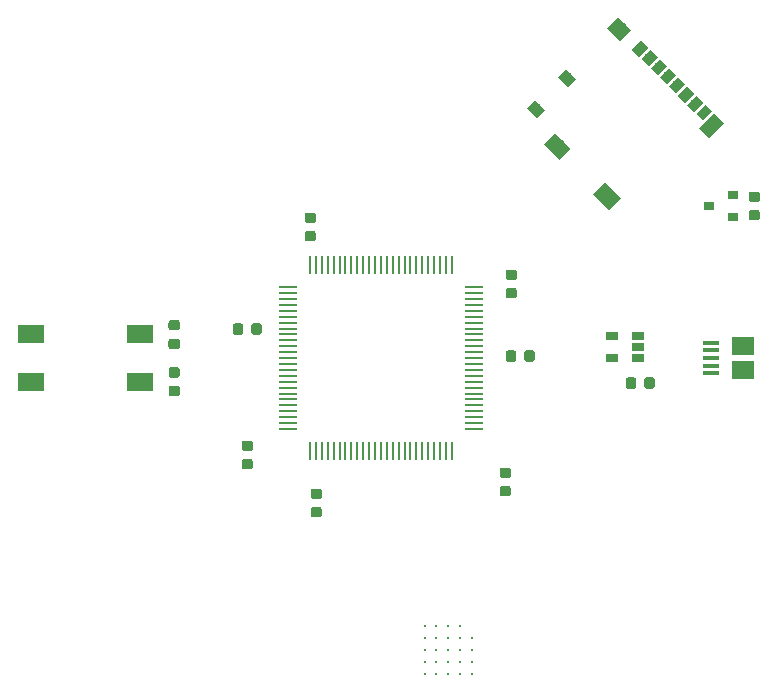
<source format=gbr>
G04 #@! TF.GenerationSoftware,KiCad,Pcbnew,5.0.0-fee4fd1~66~ubuntu18.04.1*
G04 #@! TF.CreationDate,2018-09-24T18:06:56+02:00*
G04 #@! TF.ProjectId,hyperstm,687970657273746D2E6B696361645F70,rev?*
G04 #@! TF.SameCoordinates,Original*
G04 #@! TF.FileFunction,Paste,Top*
G04 #@! TF.FilePolarity,Positive*
%FSLAX46Y46*%
G04 Gerber Fmt 4.6, Leading zero omitted, Abs format (unit mm)*
G04 Created by KiCad (PCBNEW 5.0.0-fee4fd1~66~ubuntu18.04.1) date Mon Sep 24 18:06:56 2018*
%MOMM*%
%LPD*%
G01*
G04 APERTURE LIST*
%ADD10C,0.320000*%
%ADD11R,2.180000X1.600000*%
%ADD12C,0.100000*%
%ADD13C,0.875000*%
%ADD14R,1.900000X1.500000*%
%ADD15R,1.350000X0.400000*%
%ADD16C,1.350000*%
%ADD17C,1.170000*%
%ADD18C,1.000000*%
%ADD19C,0.850000*%
%ADD20C,0.750000*%
%ADD21R,0.280000X1.500000*%
%ADD22R,1.500000X0.280000*%
%ADD23R,0.900000X0.800000*%
%ADD24R,1.060000X0.650000*%
G04 APERTURE END LIST*
D10*
G04 #@! TO.C,U3*
X153702000Y-126714000D03*
X154702000Y-126714000D03*
X155702000Y-126714001D03*
X156702000Y-126714000D03*
X157702000Y-126714000D03*
X153702000Y-125714000D03*
X154702000Y-125714000D03*
X155702000Y-125714000D03*
X156702000Y-125714000D03*
X157702000Y-125714000D03*
X153701999Y-124714000D03*
X154702000Y-124714000D03*
X155702000Y-124714000D03*
X156702000Y-124714000D03*
X157702001Y-124714000D03*
X153702000Y-123714000D03*
X154702000Y-123714000D03*
X155702000Y-123714000D03*
X156702000Y-123714000D03*
X157702000Y-123714000D03*
X153702000Y-122714000D03*
X154702000Y-122714000D03*
X155702000Y-122713999D03*
X156702000Y-122714000D03*
G04 #@! TD*
D11*
G04 #@! TO.C,SW2*
X129590000Y-98000000D03*
X120410000Y-98000000D03*
G04 #@! TD*
G04 #@! TO.C,SW1*
X129590000Y-102000000D03*
X120410000Y-102000000D03*
G04 #@! TD*
D12*
G04 #@! TO.C,C1*
G36*
X172985691Y-101634053D02*
X173006926Y-101637203D01*
X173027750Y-101642419D01*
X173047962Y-101649651D01*
X173067368Y-101658830D01*
X173085781Y-101669866D01*
X173103024Y-101682654D01*
X173118930Y-101697070D01*
X173133346Y-101712976D01*
X173146134Y-101730219D01*
X173157170Y-101748632D01*
X173166349Y-101768038D01*
X173173581Y-101788250D01*
X173178797Y-101809074D01*
X173181947Y-101830309D01*
X173183000Y-101851750D01*
X173183000Y-102364250D01*
X173181947Y-102385691D01*
X173178797Y-102406926D01*
X173173581Y-102427750D01*
X173166349Y-102447962D01*
X173157170Y-102467368D01*
X173146134Y-102485781D01*
X173133346Y-102503024D01*
X173118930Y-102518930D01*
X173103024Y-102533346D01*
X173085781Y-102546134D01*
X173067368Y-102557170D01*
X173047962Y-102566349D01*
X173027750Y-102573581D01*
X173006926Y-102578797D01*
X172985691Y-102581947D01*
X172964250Y-102583000D01*
X172526750Y-102583000D01*
X172505309Y-102581947D01*
X172484074Y-102578797D01*
X172463250Y-102573581D01*
X172443038Y-102566349D01*
X172423632Y-102557170D01*
X172405219Y-102546134D01*
X172387976Y-102533346D01*
X172372070Y-102518930D01*
X172357654Y-102503024D01*
X172344866Y-102485781D01*
X172333830Y-102467368D01*
X172324651Y-102447962D01*
X172317419Y-102427750D01*
X172312203Y-102406926D01*
X172309053Y-102385691D01*
X172308000Y-102364250D01*
X172308000Y-101851750D01*
X172309053Y-101830309D01*
X172312203Y-101809074D01*
X172317419Y-101788250D01*
X172324651Y-101768038D01*
X172333830Y-101748632D01*
X172344866Y-101730219D01*
X172357654Y-101712976D01*
X172372070Y-101697070D01*
X172387976Y-101682654D01*
X172405219Y-101669866D01*
X172423632Y-101658830D01*
X172443038Y-101649651D01*
X172463250Y-101642419D01*
X172484074Y-101637203D01*
X172505309Y-101634053D01*
X172526750Y-101633000D01*
X172964250Y-101633000D01*
X172985691Y-101634053D01*
X172985691Y-101634053D01*
G37*
D13*
X172745500Y-102108000D03*
D12*
G36*
X171410691Y-101634053D02*
X171431926Y-101637203D01*
X171452750Y-101642419D01*
X171472962Y-101649651D01*
X171492368Y-101658830D01*
X171510781Y-101669866D01*
X171528024Y-101682654D01*
X171543930Y-101697070D01*
X171558346Y-101712976D01*
X171571134Y-101730219D01*
X171582170Y-101748632D01*
X171591349Y-101768038D01*
X171598581Y-101788250D01*
X171603797Y-101809074D01*
X171606947Y-101830309D01*
X171608000Y-101851750D01*
X171608000Y-102364250D01*
X171606947Y-102385691D01*
X171603797Y-102406926D01*
X171598581Y-102427750D01*
X171591349Y-102447962D01*
X171582170Y-102467368D01*
X171571134Y-102485781D01*
X171558346Y-102503024D01*
X171543930Y-102518930D01*
X171528024Y-102533346D01*
X171510781Y-102546134D01*
X171492368Y-102557170D01*
X171472962Y-102566349D01*
X171452750Y-102573581D01*
X171431926Y-102578797D01*
X171410691Y-102581947D01*
X171389250Y-102583000D01*
X170951750Y-102583000D01*
X170930309Y-102581947D01*
X170909074Y-102578797D01*
X170888250Y-102573581D01*
X170868038Y-102566349D01*
X170848632Y-102557170D01*
X170830219Y-102546134D01*
X170812976Y-102533346D01*
X170797070Y-102518930D01*
X170782654Y-102503024D01*
X170769866Y-102485781D01*
X170758830Y-102467368D01*
X170749651Y-102447962D01*
X170742419Y-102427750D01*
X170737203Y-102406926D01*
X170734053Y-102385691D01*
X170733000Y-102364250D01*
X170733000Y-101851750D01*
X170734053Y-101830309D01*
X170737203Y-101809074D01*
X170742419Y-101788250D01*
X170749651Y-101768038D01*
X170758830Y-101748632D01*
X170769866Y-101730219D01*
X170782654Y-101712976D01*
X170797070Y-101697070D01*
X170812976Y-101682654D01*
X170830219Y-101669866D01*
X170848632Y-101658830D01*
X170868038Y-101649651D01*
X170888250Y-101642419D01*
X170909074Y-101637203D01*
X170930309Y-101634053D01*
X170951750Y-101633000D01*
X171389250Y-101633000D01*
X171410691Y-101634053D01*
X171410691Y-101634053D01*
G37*
D13*
X171170500Y-102108000D03*
G04 #@! TD*
D12*
G04 #@! TO.C,C4*
G36*
X138961691Y-108555053D02*
X138982926Y-108558203D01*
X139003750Y-108563419D01*
X139023962Y-108570651D01*
X139043368Y-108579830D01*
X139061781Y-108590866D01*
X139079024Y-108603654D01*
X139094930Y-108618070D01*
X139109346Y-108633976D01*
X139122134Y-108651219D01*
X139133170Y-108669632D01*
X139142349Y-108689038D01*
X139149581Y-108709250D01*
X139154797Y-108730074D01*
X139157947Y-108751309D01*
X139159000Y-108772750D01*
X139159000Y-109210250D01*
X139157947Y-109231691D01*
X139154797Y-109252926D01*
X139149581Y-109273750D01*
X139142349Y-109293962D01*
X139133170Y-109313368D01*
X139122134Y-109331781D01*
X139109346Y-109349024D01*
X139094930Y-109364930D01*
X139079024Y-109379346D01*
X139061781Y-109392134D01*
X139043368Y-109403170D01*
X139023962Y-109412349D01*
X139003750Y-109419581D01*
X138982926Y-109424797D01*
X138961691Y-109427947D01*
X138940250Y-109429000D01*
X138427750Y-109429000D01*
X138406309Y-109427947D01*
X138385074Y-109424797D01*
X138364250Y-109419581D01*
X138344038Y-109412349D01*
X138324632Y-109403170D01*
X138306219Y-109392134D01*
X138288976Y-109379346D01*
X138273070Y-109364930D01*
X138258654Y-109349024D01*
X138245866Y-109331781D01*
X138234830Y-109313368D01*
X138225651Y-109293962D01*
X138218419Y-109273750D01*
X138213203Y-109252926D01*
X138210053Y-109231691D01*
X138209000Y-109210250D01*
X138209000Y-108772750D01*
X138210053Y-108751309D01*
X138213203Y-108730074D01*
X138218419Y-108709250D01*
X138225651Y-108689038D01*
X138234830Y-108669632D01*
X138245866Y-108651219D01*
X138258654Y-108633976D01*
X138273070Y-108618070D01*
X138288976Y-108603654D01*
X138306219Y-108590866D01*
X138324632Y-108579830D01*
X138344038Y-108570651D01*
X138364250Y-108563419D01*
X138385074Y-108558203D01*
X138406309Y-108555053D01*
X138427750Y-108554000D01*
X138940250Y-108554000D01*
X138961691Y-108555053D01*
X138961691Y-108555053D01*
G37*
D13*
X138684000Y-108991500D03*
D12*
G36*
X138961691Y-106980053D02*
X138982926Y-106983203D01*
X139003750Y-106988419D01*
X139023962Y-106995651D01*
X139043368Y-107004830D01*
X139061781Y-107015866D01*
X139079024Y-107028654D01*
X139094930Y-107043070D01*
X139109346Y-107058976D01*
X139122134Y-107076219D01*
X139133170Y-107094632D01*
X139142349Y-107114038D01*
X139149581Y-107134250D01*
X139154797Y-107155074D01*
X139157947Y-107176309D01*
X139159000Y-107197750D01*
X139159000Y-107635250D01*
X139157947Y-107656691D01*
X139154797Y-107677926D01*
X139149581Y-107698750D01*
X139142349Y-107718962D01*
X139133170Y-107738368D01*
X139122134Y-107756781D01*
X139109346Y-107774024D01*
X139094930Y-107789930D01*
X139079024Y-107804346D01*
X139061781Y-107817134D01*
X139043368Y-107828170D01*
X139023962Y-107837349D01*
X139003750Y-107844581D01*
X138982926Y-107849797D01*
X138961691Y-107852947D01*
X138940250Y-107854000D01*
X138427750Y-107854000D01*
X138406309Y-107852947D01*
X138385074Y-107849797D01*
X138364250Y-107844581D01*
X138344038Y-107837349D01*
X138324632Y-107828170D01*
X138306219Y-107817134D01*
X138288976Y-107804346D01*
X138273070Y-107789930D01*
X138258654Y-107774024D01*
X138245866Y-107756781D01*
X138234830Y-107738368D01*
X138225651Y-107718962D01*
X138218419Y-107698750D01*
X138213203Y-107677926D01*
X138210053Y-107656691D01*
X138209000Y-107635250D01*
X138209000Y-107197750D01*
X138210053Y-107176309D01*
X138213203Y-107155074D01*
X138218419Y-107134250D01*
X138225651Y-107114038D01*
X138234830Y-107094632D01*
X138245866Y-107076219D01*
X138258654Y-107058976D01*
X138273070Y-107043070D01*
X138288976Y-107028654D01*
X138306219Y-107015866D01*
X138324632Y-107004830D01*
X138344038Y-106995651D01*
X138364250Y-106988419D01*
X138385074Y-106983203D01*
X138406309Y-106980053D01*
X138427750Y-106979000D01*
X138940250Y-106979000D01*
X138961691Y-106980053D01*
X138961691Y-106980053D01*
G37*
D13*
X138684000Y-107416500D03*
G04 #@! TD*
D12*
G04 #@! TO.C,C5*
G36*
X144803691Y-112619053D02*
X144824926Y-112622203D01*
X144845750Y-112627419D01*
X144865962Y-112634651D01*
X144885368Y-112643830D01*
X144903781Y-112654866D01*
X144921024Y-112667654D01*
X144936930Y-112682070D01*
X144951346Y-112697976D01*
X144964134Y-112715219D01*
X144975170Y-112733632D01*
X144984349Y-112753038D01*
X144991581Y-112773250D01*
X144996797Y-112794074D01*
X144999947Y-112815309D01*
X145001000Y-112836750D01*
X145001000Y-113274250D01*
X144999947Y-113295691D01*
X144996797Y-113316926D01*
X144991581Y-113337750D01*
X144984349Y-113357962D01*
X144975170Y-113377368D01*
X144964134Y-113395781D01*
X144951346Y-113413024D01*
X144936930Y-113428930D01*
X144921024Y-113443346D01*
X144903781Y-113456134D01*
X144885368Y-113467170D01*
X144865962Y-113476349D01*
X144845750Y-113483581D01*
X144824926Y-113488797D01*
X144803691Y-113491947D01*
X144782250Y-113493000D01*
X144269750Y-113493000D01*
X144248309Y-113491947D01*
X144227074Y-113488797D01*
X144206250Y-113483581D01*
X144186038Y-113476349D01*
X144166632Y-113467170D01*
X144148219Y-113456134D01*
X144130976Y-113443346D01*
X144115070Y-113428930D01*
X144100654Y-113413024D01*
X144087866Y-113395781D01*
X144076830Y-113377368D01*
X144067651Y-113357962D01*
X144060419Y-113337750D01*
X144055203Y-113316926D01*
X144052053Y-113295691D01*
X144051000Y-113274250D01*
X144051000Y-112836750D01*
X144052053Y-112815309D01*
X144055203Y-112794074D01*
X144060419Y-112773250D01*
X144067651Y-112753038D01*
X144076830Y-112733632D01*
X144087866Y-112715219D01*
X144100654Y-112697976D01*
X144115070Y-112682070D01*
X144130976Y-112667654D01*
X144148219Y-112654866D01*
X144166632Y-112643830D01*
X144186038Y-112634651D01*
X144206250Y-112627419D01*
X144227074Y-112622203D01*
X144248309Y-112619053D01*
X144269750Y-112618000D01*
X144782250Y-112618000D01*
X144803691Y-112619053D01*
X144803691Y-112619053D01*
G37*
D13*
X144526000Y-113055500D03*
D12*
G36*
X144803691Y-111044053D02*
X144824926Y-111047203D01*
X144845750Y-111052419D01*
X144865962Y-111059651D01*
X144885368Y-111068830D01*
X144903781Y-111079866D01*
X144921024Y-111092654D01*
X144936930Y-111107070D01*
X144951346Y-111122976D01*
X144964134Y-111140219D01*
X144975170Y-111158632D01*
X144984349Y-111178038D01*
X144991581Y-111198250D01*
X144996797Y-111219074D01*
X144999947Y-111240309D01*
X145001000Y-111261750D01*
X145001000Y-111699250D01*
X144999947Y-111720691D01*
X144996797Y-111741926D01*
X144991581Y-111762750D01*
X144984349Y-111782962D01*
X144975170Y-111802368D01*
X144964134Y-111820781D01*
X144951346Y-111838024D01*
X144936930Y-111853930D01*
X144921024Y-111868346D01*
X144903781Y-111881134D01*
X144885368Y-111892170D01*
X144865962Y-111901349D01*
X144845750Y-111908581D01*
X144824926Y-111913797D01*
X144803691Y-111916947D01*
X144782250Y-111918000D01*
X144269750Y-111918000D01*
X144248309Y-111916947D01*
X144227074Y-111913797D01*
X144206250Y-111908581D01*
X144186038Y-111901349D01*
X144166632Y-111892170D01*
X144148219Y-111881134D01*
X144130976Y-111868346D01*
X144115070Y-111853930D01*
X144100654Y-111838024D01*
X144087866Y-111820781D01*
X144076830Y-111802368D01*
X144067651Y-111782962D01*
X144060419Y-111762750D01*
X144055203Y-111741926D01*
X144052053Y-111720691D01*
X144051000Y-111699250D01*
X144051000Y-111261750D01*
X144052053Y-111240309D01*
X144055203Y-111219074D01*
X144060419Y-111198250D01*
X144067651Y-111178038D01*
X144076830Y-111158632D01*
X144087866Y-111140219D01*
X144100654Y-111122976D01*
X144115070Y-111107070D01*
X144130976Y-111092654D01*
X144148219Y-111079866D01*
X144166632Y-111068830D01*
X144186038Y-111059651D01*
X144206250Y-111052419D01*
X144227074Y-111047203D01*
X144248309Y-111044053D01*
X144269750Y-111043000D01*
X144782250Y-111043000D01*
X144803691Y-111044053D01*
X144803691Y-111044053D01*
G37*
D13*
X144526000Y-111480500D03*
G04 #@! TD*
D12*
G04 #@! TO.C,C6*
G36*
X160805691Y-110841053D02*
X160826926Y-110844203D01*
X160847750Y-110849419D01*
X160867962Y-110856651D01*
X160887368Y-110865830D01*
X160905781Y-110876866D01*
X160923024Y-110889654D01*
X160938930Y-110904070D01*
X160953346Y-110919976D01*
X160966134Y-110937219D01*
X160977170Y-110955632D01*
X160986349Y-110975038D01*
X160993581Y-110995250D01*
X160998797Y-111016074D01*
X161001947Y-111037309D01*
X161003000Y-111058750D01*
X161003000Y-111496250D01*
X161001947Y-111517691D01*
X160998797Y-111538926D01*
X160993581Y-111559750D01*
X160986349Y-111579962D01*
X160977170Y-111599368D01*
X160966134Y-111617781D01*
X160953346Y-111635024D01*
X160938930Y-111650930D01*
X160923024Y-111665346D01*
X160905781Y-111678134D01*
X160887368Y-111689170D01*
X160867962Y-111698349D01*
X160847750Y-111705581D01*
X160826926Y-111710797D01*
X160805691Y-111713947D01*
X160784250Y-111715000D01*
X160271750Y-111715000D01*
X160250309Y-111713947D01*
X160229074Y-111710797D01*
X160208250Y-111705581D01*
X160188038Y-111698349D01*
X160168632Y-111689170D01*
X160150219Y-111678134D01*
X160132976Y-111665346D01*
X160117070Y-111650930D01*
X160102654Y-111635024D01*
X160089866Y-111617781D01*
X160078830Y-111599368D01*
X160069651Y-111579962D01*
X160062419Y-111559750D01*
X160057203Y-111538926D01*
X160054053Y-111517691D01*
X160053000Y-111496250D01*
X160053000Y-111058750D01*
X160054053Y-111037309D01*
X160057203Y-111016074D01*
X160062419Y-110995250D01*
X160069651Y-110975038D01*
X160078830Y-110955632D01*
X160089866Y-110937219D01*
X160102654Y-110919976D01*
X160117070Y-110904070D01*
X160132976Y-110889654D01*
X160150219Y-110876866D01*
X160168632Y-110865830D01*
X160188038Y-110856651D01*
X160208250Y-110849419D01*
X160229074Y-110844203D01*
X160250309Y-110841053D01*
X160271750Y-110840000D01*
X160784250Y-110840000D01*
X160805691Y-110841053D01*
X160805691Y-110841053D01*
G37*
D13*
X160528000Y-111277500D03*
D12*
G36*
X160805691Y-109266053D02*
X160826926Y-109269203D01*
X160847750Y-109274419D01*
X160867962Y-109281651D01*
X160887368Y-109290830D01*
X160905781Y-109301866D01*
X160923024Y-109314654D01*
X160938930Y-109329070D01*
X160953346Y-109344976D01*
X160966134Y-109362219D01*
X160977170Y-109380632D01*
X160986349Y-109400038D01*
X160993581Y-109420250D01*
X160998797Y-109441074D01*
X161001947Y-109462309D01*
X161003000Y-109483750D01*
X161003000Y-109921250D01*
X161001947Y-109942691D01*
X160998797Y-109963926D01*
X160993581Y-109984750D01*
X160986349Y-110004962D01*
X160977170Y-110024368D01*
X160966134Y-110042781D01*
X160953346Y-110060024D01*
X160938930Y-110075930D01*
X160923024Y-110090346D01*
X160905781Y-110103134D01*
X160887368Y-110114170D01*
X160867962Y-110123349D01*
X160847750Y-110130581D01*
X160826926Y-110135797D01*
X160805691Y-110138947D01*
X160784250Y-110140000D01*
X160271750Y-110140000D01*
X160250309Y-110138947D01*
X160229074Y-110135797D01*
X160208250Y-110130581D01*
X160188038Y-110123349D01*
X160168632Y-110114170D01*
X160150219Y-110103134D01*
X160132976Y-110090346D01*
X160117070Y-110075930D01*
X160102654Y-110060024D01*
X160089866Y-110042781D01*
X160078830Y-110024368D01*
X160069651Y-110004962D01*
X160062419Y-109984750D01*
X160057203Y-109963926D01*
X160054053Y-109942691D01*
X160053000Y-109921250D01*
X160053000Y-109483750D01*
X160054053Y-109462309D01*
X160057203Y-109441074D01*
X160062419Y-109420250D01*
X160069651Y-109400038D01*
X160078830Y-109380632D01*
X160089866Y-109362219D01*
X160102654Y-109344976D01*
X160117070Y-109329070D01*
X160132976Y-109314654D01*
X160150219Y-109301866D01*
X160168632Y-109290830D01*
X160188038Y-109281651D01*
X160208250Y-109274419D01*
X160229074Y-109269203D01*
X160250309Y-109266053D01*
X160271750Y-109265000D01*
X160784250Y-109265000D01*
X160805691Y-109266053D01*
X160805691Y-109266053D01*
G37*
D13*
X160528000Y-109702500D03*
G04 #@! TD*
D12*
G04 #@! TO.C,C7*
G36*
X161313691Y-92502053D02*
X161334926Y-92505203D01*
X161355750Y-92510419D01*
X161375962Y-92517651D01*
X161395368Y-92526830D01*
X161413781Y-92537866D01*
X161431024Y-92550654D01*
X161446930Y-92565070D01*
X161461346Y-92580976D01*
X161474134Y-92598219D01*
X161485170Y-92616632D01*
X161494349Y-92636038D01*
X161501581Y-92656250D01*
X161506797Y-92677074D01*
X161509947Y-92698309D01*
X161511000Y-92719750D01*
X161511000Y-93157250D01*
X161509947Y-93178691D01*
X161506797Y-93199926D01*
X161501581Y-93220750D01*
X161494349Y-93240962D01*
X161485170Y-93260368D01*
X161474134Y-93278781D01*
X161461346Y-93296024D01*
X161446930Y-93311930D01*
X161431024Y-93326346D01*
X161413781Y-93339134D01*
X161395368Y-93350170D01*
X161375962Y-93359349D01*
X161355750Y-93366581D01*
X161334926Y-93371797D01*
X161313691Y-93374947D01*
X161292250Y-93376000D01*
X160779750Y-93376000D01*
X160758309Y-93374947D01*
X160737074Y-93371797D01*
X160716250Y-93366581D01*
X160696038Y-93359349D01*
X160676632Y-93350170D01*
X160658219Y-93339134D01*
X160640976Y-93326346D01*
X160625070Y-93311930D01*
X160610654Y-93296024D01*
X160597866Y-93278781D01*
X160586830Y-93260368D01*
X160577651Y-93240962D01*
X160570419Y-93220750D01*
X160565203Y-93199926D01*
X160562053Y-93178691D01*
X160561000Y-93157250D01*
X160561000Y-92719750D01*
X160562053Y-92698309D01*
X160565203Y-92677074D01*
X160570419Y-92656250D01*
X160577651Y-92636038D01*
X160586830Y-92616632D01*
X160597866Y-92598219D01*
X160610654Y-92580976D01*
X160625070Y-92565070D01*
X160640976Y-92550654D01*
X160658219Y-92537866D01*
X160676632Y-92526830D01*
X160696038Y-92517651D01*
X160716250Y-92510419D01*
X160737074Y-92505203D01*
X160758309Y-92502053D01*
X160779750Y-92501000D01*
X161292250Y-92501000D01*
X161313691Y-92502053D01*
X161313691Y-92502053D01*
G37*
D13*
X161036000Y-92938500D03*
D12*
G36*
X161313691Y-94077053D02*
X161334926Y-94080203D01*
X161355750Y-94085419D01*
X161375962Y-94092651D01*
X161395368Y-94101830D01*
X161413781Y-94112866D01*
X161431024Y-94125654D01*
X161446930Y-94140070D01*
X161461346Y-94155976D01*
X161474134Y-94173219D01*
X161485170Y-94191632D01*
X161494349Y-94211038D01*
X161501581Y-94231250D01*
X161506797Y-94252074D01*
X161509947Y-94273309D01*
X161511000Y-94294750D01*
X161511000Y-94732250D01*
X161509947Y-94753691D01*
X161506797Y-94774926D01*
X161501581Y-94795750D01*
X161494349Y-94815962D01*
X161485170Y-94835368D01*
X161474134Y-94853781D01*
X161461346Y-94871024D01*
X161446930Y-94886930D01*
X161431024Y-94901346D01*
X161413781Y-94914134D01*
X161395368Y-94925170D01*
X161375962Y-94934349D01*
X161355750Y-94941581D01*
X161334926Y-94946797D01*
X161313691Y-94949947D01*
X161292250Y-94951000D01*
X160779750Y-94951000D01*
X160758309Y-94949947D01*
X160737074Y-94946797D01*
X160716250Y-94941581D01*
X160696038Y-94934349D01*
X160676632Y-94925170D01*
X160658219Y-94914134D01*
X160640976Y-94901346D01*
X160625070Y-94886930D01*
X160610654Y-94871024D01*
X160597866Y-94853781D01*
X160586830Y-94835368D01*
X160577651Y-94815962D01*
X160570419Y-94795750D01*
X160565203Y-94774926D01*
X160562053Y-94753691D01*
X160561000Y-94732250D01*
X160561000Y-94294750D01*
X160562053Y-94273309D01*
X160565203Y-94252074D01*
X160570419Y-94231250D01*
X160577651Y-94211038D01*
X160586830Y-94191632D01*
X160597866Y-94173219D01*
X160610654Y-94155976D01*
X160625070Y-94140070D01*
X160640976Y-94125654D01*
X160658219Y-94112866D01*
X160676632Y-94101830D01*
X160696038Y-94092651D01*
X160716250Y-94085419D01*
X160737074Y-94080203D01*
X160758309Y-94077053D01*
X160779750Y-94076000D01*
X161292250Y-94076000D01*
X161313691Y-94077053D01*
X161313691Y-94077053D01*
G37*
D13*
X161036000Y-94513500D03*
G04 #@! TD*
D12*
G04 #@! TO.C,C8*
G36*
X144295691Y-87676053D02*
X144316926Y-87679203D01*
X144337750Y-87684419D01*
X144357962Y-87691651D01*
X144377368Y-87700830D01*
X144395781Y-87711866D01*
X144413024Y-87724654D01*
X144428930Y-87739070D01*
X144443346Y-87754976D01*
X144456134Y-87772219D01*
X144467170Y-87790632D01*
X144476349Y-87810038D01*
X144483581Y-87830250D01*
X144488797Y-87851074D01*
X144491947Y-87872309D01*
X144493000Y-87893750D01*
X144493000Y-88331250D01*
X144491947Y-88352691D01*
X144488797Y-88373926D01*
X144483581Y-88394750D01*
X144476349Y-88414962D01*
X144467170Y-88434368D01*
X144456134Y-88452781D01*
X144443346Y-88470024D01*
X144428930Y-88485930D01*
X144413024Y-88500346D01*
X144395781Y-88513134D01*
X144377368Y-88524170D01*
X144357962Y-88533349D01*
X144337750Y-88540581D01*
X144316926Y-88545797D01*
X144295691Y-88548947D01*
X144274250Y-88550000D01*
X143761750Y-88550000D01*
X143740309Y-88548947D01*
X143719074Y-88545797D01*
X143698250Y-88540581D01*
X143678038Y-88533349D01*
X143658632Y-88524170D01*
X143640219Y-88513134D01*
X143622976Y-88500346D01*
X143607070Y-88485930D01*
X143592654Y-88470024D01*
X143579866Y-88452781D01*
X143568830Y-88434368D01*
X143559651Y-88414962D01*
X143552419Y-88394750D01*
X143547203Y-88373926D01*
X143544053Y-88352691D01*
X143543000Y-88331250D01*
X143543000Y-87893750D01*
X143544053Y-87872309D01*
X143547203Y-87851074D01*
X143552419Y-87830250D01*
X143559651Y-87810038D01*
X143568830Y-87790632D01*
X143579866Y-87772219D01*
X143592654Y-87754976D01*
X143607070Y-87739070D01*
X143622976Y-87724654D01*
X143640219Y-87711866D01*
X143658632Y-87700830D01*
X143678038Y-87691651D01*
X143698250Y-87684419D01*
X143719074Y-87679203D01*
X143740309Y-87676053D01*
X143761750Y-87675000D01*
X144274250Y-87675000D01*
X144295691Y-87676053D01*
X144295691Y-87676053D01*
G37*
D13*
X144018000Y-88112500D03*
D12*
G36*
X144295691Y-89251053D02*
X144316926Y-89254203D01*
X144337750Y-89259419D01*
X144357962Y-89266651D01*
X144377368Y-89275830D01*
X144395781Y-89286866D01*
X144413024Y-89299654D01*
X144428930Y-89314070D01*
X144443346Y-89329976D01*
X144456134Y-89347219D01*
X144467170Y-89365632D01*
X144476349Y-89385038D01*
X144483581Y-89405250D01*
X144488797Y-89426074D01*
X144491947Y-89447309D01*
X144493000Y-89468750D01*
X144493000Y-89906250D01*
X144491947Y-89927691D01*
X144488797Y-89948926D01*
X144483581Y-89969750D01*
X144476349Y-89989962D01*
X144467170Y-90009368D01*
X144456134Y-90027781D01*
X144443346Y-90045024D01*
X144428930Y-90060930D01*
X144413024Y-90075346D01*
X144395781Y-90088134D01*
X144377368Y-90099170D01*
X144357962Y-90108349D01*
X144337750Y-90115581D01*
X144316926Y-90120797D01*
X144295691Y-90123947D01*
X144274250Y-90125000D01*
X143761750Y-90125000D01*
X143740309Y-90123947D01*
X143719074Y-90120797D01*
X143698250Y-90115581D01*
X143678038Y-90108349D01*
X143658632Y-90099170D01*
X143640219Y-90088134D01*
X143622976Y-90075346D01*
X143607070Y-90060930D01*
X143592654Y-90045024D01*
X143579866Y-90027781D01*
X143568830Y-90009368D01*
X143559651Y-89989962D01*
X143552419Y-89969750D01*
X143547203Y-89948926D01*
X143544053Y-89927691D01*
X143543000Y-89906250D01*
X143543000Y-89468750D01*
X143544053Y-89447309D01*
X143547203Y-89426074D01*
X143552419Y-89405250D01*
X143559651Y-89385038D01*
X143568830Y-89365632D01*
X143579866Y-89347219D01*
X143592654Y-89329976D01*
X143607070Y-89314070D01*
X143622976Y-89299654D01*
X143640219Y-89286866D01*
X143658632Y-89275830D01*
X143678038Y-89266651D01*
X143698250Y-89259419D01*
X143719074Y-89254203D01*
X143740309Y-89251053D01*
X143761750Y-89250000D01*
X144274250Y-89250000D01*
X144295691Y-89251053D01*
X144295691Y-89251053D01*
G37*
D13*
X144018000Y-89687500D03*
G04 #@! TD*
D12*
G04 #@! TO.C,C10*
G36*
X132772491Y-100776053D02*
X132793726Y-100779203D01*
X132814550Y-100784419D01*
X132834762Y-100791651D01*
X132854168Y-100800830D01*
X132872581Y-100811866D01*
X132889824Y-100824654D01*
X132905730Y-100839070D01*
X132920146Y-100854976D01*
X132932934Y-100872219D01*
X132943970Y-100890632D01*
X132953149Y-100910038D01*
X132960381Y-100930250D01*
X132965597Y-100951074D01*
X132968747Y-100972309D01*
X132969800Y-100993750D01*
X132969800Y-101431250D01*
X132968747Y-101452691D01*
X132965597Y-101473926D01*
X132960381Y-101494750D01*
X132953149Y-101514962D01*
X132943970Y-101534368D01*
X132932934Y-101552781D01*
X132920146Y-101570024D01*
X132905730Y-101585930D01*
X132889824Y-101600346D01*
X132872581Y-101613134D01*
X132854168Y-101624170D01*
X132834762Y-101633349D01*
X132814550Y-101640581D01*
X132793726Y-101645797D01*
X132772491Y-101648947D01*
X132751050Y-101650000D01*
X132238550Y-101650000D01*
X132217109Y-101648947D01*
X132195874Y-101645797D01*
X132175050Y-101640581D01*
X132154838Y-101633349D01*
X132135432Y-101624170D01*
X132117019Y-101613134D01*
X132099776Y-101600346D01*
X132083870Y-101585930D01*
X132069454Y-101570024D01*
X132056666Y-101552781D01*
X132045630Y-101534368D01*
X132036451Y-101514962D01*
X132029219Y-101494750D01*
X132024003Y-101473926D01*
X132020853Y-101452691D01*
X132019800Y-101431250D01*
X132019800Y-100993750D01*
X132020853Y-100972309D01*
X132024003Y-100951074D01*
X132029219Y-100930250D01*
X132036451Y-100910038D01*
X132045630Y-100890632D01*
X132056666Y-100872219D01*
X132069454Y-100854976D01*
X132083870Y-100839070D01*
X132099776Y-100824654D01*
X132117019Y-100811866D01*
X132135432Y-100800830D01*
X132154838Y-100791651D01*
X132175050Y-100784419D01*
X132195874Y-100779203D01*
X132217109Y-100776053D01*
X132238550Y-100775000D01*
X132751050Y-100775000D01*
X132772491Y-100776053D01*
X132772491Y-100776053D01*
G37*
D13*
X132494800Y-101212500D03*
D12*
G36*
X132772491Y-102351053D02*
X132793726Y-102354203D01*
X132814550Y-102359419D01*
X132834762Y-102366651D01*
X132854168Y-102375830D01*
X132872581Y-102386866D01*
X132889824Y-102399654D01*
X132905730Y-102414070D01*
X132920146Y-102429976D01*
X132932934Y-102447219D01*
X132943970Y-102465632D01*
X132953149Y-102485038D01*
X132960381Y-102505250D01*
X132965597Y-102526074D01*
X132968747Y-102547309D01*
X132969800Y-102568750D01*
X132969800Y-103006250D01*
X132968747Y-103027691D01*
X132965597Y-103048926D01*
X132960381Y-103069750D01*
X132953149Y-103089962D01*
X132943970Y-103109368D01*
X132932934Y-103127781D01*
X132920146Y-103145024D01*
X132905730Y-103160930D01*
X132889824Y-103175346D01*
X132872581Y-103188134D01*
X132854168Y-103199170D01*
X132834762Y-103208349D01*
X132814550Y-103215581D01*
X132793726Y-103220797D01*
X132772491Y-103223947D01*
X132751050Y-103225000D01*
X132238550Y-103225000D01*
X132217109Y-103223947D01*
X132195874Y-103220797D01*
X132175050Y-103215581D01*
X132154838Y-103208349D01*
X132135432Y-103199170D01*
X132117019Y-103188134D01*
X132099776Y-103175346D01*
X132083870Y-103160930D01*
X132069454Y-103145024D01*
X132056666Y-103127781D01*
X132045630Y-103109368D01*
X132036451Y-103089962D01*
X132029219Y-103069750D01*
X132024003Y-103048926D01*
X132020853Y-103027691D01*
X132019800Y-103006250D01*
X132019800Y-102568750D01*
X132020853Y-102547309D01*
X132024003Y-102526074D01*
X132029219Y-102505250D01*
X132036451Y-102485038D01*
X132045630Y-102465632D01*
X132056666Y-102447219D01*
X132069454Y-102429976D01*
X132083870Y-102414070D01*
X132099776Y-102399654D01*
X132117019Y-102386866D01*
X132135432Y-102375830D01*
X132154838Y-102366651D01*
X132175050Y-102359419D01*
X132195874Y-102354203D01*
X132217109Y-102351053D01*
X132238550Y-102350000D01*
X132751050Y-102350000D01*
X132772491Y-102351053D01*
X132772491Y-102351053D01*
G37*
D13*
X132494800Y-102787500D03*
G04 #@! TD*
D12*
G04 #@! TO.C,C2*
G36*
X138136691Y-97062053D02*
X138157926Y-97065203D01*
X138178750Y-97070419D01*
X138198962Y-97077651D01*
X138218368Y-97086830D01*
X138236781Y-97097866D01*
X138254024Y-97110654D01*
X138269930Y-97125070D01*
X138284346Y-97140976D01*
X138297134Y-97158219D01*
X138308170Y-97176632D01*
X138317349Y-97196038D01*
X138324581Y-97216250D01*
X138329797Y-97237074D01*
X138332947Y-97258309D01*
X138334000Y-97279750D01*
X138334000Y-97792250D01*
X138332947Y-97813691D01*
X138329797Y-97834926D01*
X138324581Y-97855750D01*
X138317349Y-97875962D01*
X138308170Y-97895368D01*
X138297134Y-97913781D01*
X138284346Y-97931024D01*
X138269930Y-97946930D01*
X138254024Y-97961346D01*
X138236781Y-97974134D01*
X138218368Y-97985170D01*
X138198962Y-97994349D01*
X138178750Y-98001581D01*
X138157926Y-98006797D01*
X138136691Y-98009947D01*
X138115250Y-98011000D01*
X137677750Y-98011000D01*
X137656309Y-98009947D01*
X137635074Y-98006797D01*
X137614250Y-98001581D01*
X137594038Y-97994349D01*
X137574632Y-97985170D01*
X137556219Y-97974134D01*
X137538976Y-97961346D01*
X137523070Y-97946930D01*
X137508654Y-97931024D01*
X137495866Y-97913781D01*
X137484830Y-97895368D01*
X137475651Y-97875962D01*
X137468419Y-97855750D01*
X137463203Y-97834926D01*
X137460053Y-97813691D01*
X137459000Y-97792250D01*
X137459000Y-97279750D01*
X137460053Y-97258309D01*
X137463203Y-97237074D01*
X137468419Y-97216250D01*
X137475651Y-97196038D01*
X137484830Y-97176632D01*
X137495866Y-97158219D01*
X137508654Y-97140976D01*
X137523070Y-97125070D01*
X137538976Y-97110654D01*
X137556219Y-97097866D01*
X137574632Y-97086830D01*
X137594038Y-97077651D01*
X137614250Y-97070419D01*
X137635074Y-97065203D01*
X137656309Y-97062053D01*
X137677750Y-97061000D01*
X138115250Y-97061000D01*
X138136691Y-97062053D01*
X138136691Y-97062053D01*
G37*
D13*
X137896500Y-97536000D03*
D12*
G36*
X139711691Y-97062053D02*
X139732926Y-97065203D01*
X139753750Y-97070419D01*
X139773962Y-97077651D01*
X139793368Y-97086830D01*
X139811781Y-97097866D01*
X139829024Y-97110654D01*
X139844930Y-97125070D01*
X139859346Y-97140976D01*
X139872134Y-97158219D01*
X139883170Y-97176632D01*
X139892349Y-97196038D01*
X139899581Y-97216250D01*
X139904797Y-97237074D01*
X139907947Y-97258309D01*
X139909000Y-97279750D01*
X139909000Y-97792250D01*
X139907947Y-97813691D01*
X139904797Y-97834926D01*
X139899581Y-97855750D01*
X139892349Y-97875962D01*
X139883170Y-97895368D01*
X139872134Y-97913781D01*
X139859346Y-97931024D01*
X139844930Y-97946930D01*
X139829024Y-97961346D01*
X139811781Y-97974134D01*
X139793368Y-97985170D01*
X139773962Y-97994349D01*
X139753750Y-98001581D01*
X139732926Y-98006797D01*
X139711691Y-98009947D01*
X139690250Y-98011000D01*
X139252750Y-98011000D01*
X139231309Y-98009947D01*
X139210074Y-98006797D01*
X139189250Y-98001581D01*
X139169038Y-97994349D01*
X139149632Y-97985170D01*
X139131219Y-97974134D01*
X139113976Y-97961346D01*
X139098070Y-97946930D01*
X139083654Y-97931024D01*
X139070866Y-97913781D01*
X139059830Y-97895368D01*
X139050651Y-97875962D01*
X139043419Y-97855750D01*
X139038203Y-97834926D01*
X139035053Y-97813691D01*
X139034000Y-97792250D01*
X139034000Y-97279750D01*
X139035053Y-97258309D01*
X139038203Y-97237074D01*
X139043419Y-97216250D01*
X139050651Y-97196038D01*
X139059830Y-97176632D01*
X139070866Y-97158219D01*
X139083654Y-97140976D01*
X139098070Y-97125070D01*
X139113976Y-97110654D01*
X139131219Y-97097866D01*
X139149632Y-97086830D01*
X139169038Y-97077651D01*
X139189250Y-97070419D01*
X139210074Y-97065203D01*
X139231309Y-97062053D01*
X139252750Y-97061000D01*
X139690250Y-97061000D01*
X139711691Y-97062053D01*
X139711691Y-97062053D01*
G37*
D13*
X139471500Y-97536000D03*
G04 #@! TD*
D14*
G04 #@! TO.C,J1*
X180637500Y-101000000D03*
D15*
X177937500Y-100000000D03*
X177937500Y-99350000D03*
X177937500Y-98700000D03*
X177937500Y-101300000D03*
X177937500Y-100650000D03*
D14*
X180637500Y-99000000D03*
G04 #@! TD*
D16*
G04 #@! TO.C,J3*
X170133518Y-72146384D03*
D12*
G36*
X171158823Y-72217095D02*
X170204229Y-73171689D01*
X169108213Y-72075673D01*
X170062807Y-71121079D01*
X171158823Y-72217095D01*
X171158823Y-72217095D01*
G37*
D17*
X177978867Y-80309932D03*
D12*
G36*
X179028921Y-80087193D02*
X177756128Y-81359986D01*
X176928813Y-80532671D01*
X178201606Y-79259878D01*
X179028921Y-80087193D01*
X179028921Y-80087193D01*
G37*
D16*
X164918605Y-82063556D03*
D12*
G36*
X166067654Y-82258010D02*
X165113059Y-83212605D01*
X163769556Y-81869102D01*
X164724151Y-80914507D01*
X166067654Y-82258010D01*
X166067654Y-82258010D01*
G37*
D16*
X169140033Y-86284984D03*
D12*
G36*
X170289082Y-86479438D02*
X169334487Y-87434033D01*
X167990984Y-86090530D01*
X168945579Y-85135935D01*
X170289082Y-86479438D01*
X170289082Y-86479438D01*
G37*
D18*
X163133161Y-78899254D03*
D12*
G36*
X163910978Y-78969965D02*
X163203872Y-79677071D01*
X162355344Y-78828543D01*
X163062450Y-78121437D01*
X163910978Y-78969965D01*
X163910978Y-78969965D01*
G37*
D18*
X165749456Y-76282959D03*
D12*
G36*
X166527273Y-76353670D02*
X165820167Y-77060776D01*
X164971639Y-76212248D01*
X165678745Y-75505142D01*
X166527273Y-76353670D01*
X166527273Y-76353670D01*
G37*
D19*
X171961389Y-73797478D03*
D12*
G36*
X172650818Y-73709090D02*
X171873001Y-74486907D01*
X171271960Y-73885866D01*
X172049777Y-73108049D01*
X172650818Y-73709090D01*
X172650818Y-73709090D01*
G37*
D13*
X172739206Y-74575296D03*
D12*
G36*
X173437474Y-74495746D02*
X172659656Y-75273564D01*
X172040938Y-74654846D01*
X172818756Y-73877028D01*
X173437474Y-74495746D01*
X173437474Y-74495746D01*
G37*
D19*
X173517024Y-75353113D03*
D12*
G36*
X174206453Y-75264725D02*
X173428636Y-76042542D01*
X172827595Y-75441501D01*
X173605412Y-74663684D01*
X174206453Y-75264725D01*
X174206453Y-75264725D01*
G37*
D19*
X174294841Y-76130931D03*
D12*
G36*
X174984270Y-76042543D02*
X174206453Y-76820360D01*
X173605412Y-76219319D01*
X174383229Y-75441502D01*
X174984270Y-76042543D01*
X174984270Y-76042543D01*
G37*
D19*
X175072659Y-76908748D03*
D12*
G36*
X175762088Y-76820360D02*
X174984271Y-77598177D01*
X174383230Y-76997136D01*
X175161047Y-76219319D01*
X175762088Y-76820360D01*
X175762088Y-76820360D01*
G37*
D19*
X175850476Y-77686565D03*
D12*
G36*
X176539905Y-77598177D02*
X175762088Y-78375994D01*
X175161047Y-77774953D01*
X175938864Y-76997136D01*
X176539905Y-77598177D01*
X176539905Y-77598177D01*
G37*
D19*
X176628293Y-78464383D03*
D12*
G36*
X177317722Y-78375995D02*
X176539905Y-79153812D01*
X175938864Y-78552771D01*
X176716681Y-77774954D01*
X177317722Y-78375995D01*
X177317722Y-78375995D01*
G37*
D20*
X177370756Y-79206845D03*
D12*
G36*
X178024830Y-79083101D02*
X177247012Y-79860919D01*
X176716682Y-79330589D01*
X177494500Y-78552771D01*
X178024830Y-79083101D01*
X178024830Y-79083101D01*
G37*
G04 #@! TD*
D21*
G04 #@! TO.C,U1*
X144000000Y-92100000D03*
X144500000Y-92100000D03*
X145000001Y-92100000D03*
X145500000Y-92100000D03*
X145999999Y-92100000D03*
X146500000Y-92100000D03*
X147000000Y-92100000D03*
X147500000Y-92099999D03*
X148000000Y-92100000D03*
X148500000Y-92100000D03*
X149000000Y-92100000D03*
X149500000Y-92100000D03*
X150000000Y-92099999D03*
X150500000Y-92100000D03*
X151000000Y-92100000D03*
X151500000Y-92100000D03*
X152000000Y-92100000D03*
X152500000Y-92099999D03*
X153000000Y-92100000D03*
X153500000Y-92100000D03*
X154000001Y-92100000D03*
X154500000Y-92100000D03*
X154999999Y-92100000D03*
X155500000Y-92100000D03*
X156000000Y-92100000D03*
D22*
X157900000Y-94000000D03*
X157900000Y-94500000D03*
X157900000Y-95000001D03*
X157900000Y-95500000D03*
X157900000Y-95999999D03*
X157900000Y-96500000D03*
X157900000Y-97000000D03*
X157900001Y-97500000D03*
X157900000Y-98000000D03*
X157900000Y-98500000D03*
X157900000Y-99000000D03*
X157900000Y-99500000D03*
X157900001Y-100000000D03*
X157900000Y-100500000D03*
X157900000Y-101000000D03*
X157900000Y-101500000D03*
X157900000Y-102000000D03*
X157900001Y-102500000D03*
X157900000Y-103000000D03*
X157900000Y-103500000D03*
X157900000Y-104000001D03*
X157900000Y-104500000D03*
X157900000Y-104999999D03*
X157900000Y-105500000D03*
X157900000Y-106000000D03*
D21*
X156000000Y-107900000D03*
X155500000Y-107900000D03*
X154999999Y-107900000D03*
X154500000Y-107900000D03*
X154000001Y-107900000D03*
X153500000Y-107900000D03*
X153000000Y-107900000D03*
X152500000Y-107900001D03*
X152000000Y-107900000D03*
X151500000Y-107900000D03*
X151000000Y-107900000D03*
X150500000Y-107900000D03*
X150000000Y-107900001D03*
X149500000Y-107900000D03*
X149000000Y-107900000D03*
X148500000Y-107900000D03*
X148000000Y-107900000D03*
X147500000Y-107900001D03*
X147000000Y-107900000D03*
X146500000Y-107900000D03*
X145999999Y-107900000D03*
X145500000Y-107900000D03*
X145000001Y-107900000D03*
X144500000Y-107900000D03*
X144000000Y-107900000D03*
D22*
X142100000Y-106000000D03*
X142100000Y-105500000D03*
X142100000Y-104999999D03*
X142100000Y-104500000D03*
X142100000Y-104000001D03*
X142100000Y-103500000D03*
X142100000Y-103000000D03*
X142099999Y-102500000D03*
X142100000Y-102000000D03*
X142100000Y-101500000D03*
X142100000Y-101000000D03*
X142100000Y-100500000D03*
X142099999Y-100000000D03*
X142100000Y-99500000D03*
X142100000Y-99000000D03*
X142100000Y-98500000D03*
X142100000Y-98000000D03*
X142099999Y-97500000D03*
X142100000Y-97000000D03*
X142100000Y-96500000D03*
X142100000Y-95999999D03*
X142100000Y-95500000D03*
X142100000Y-95000001D03*
X142100000Y-94500000D03*
X142100000Y-94000000D03*
G04 #@! TD*
D23*
G04 #@! TO.C,Q3*
X177816000Y-87122000D03*
X179816000Y-86172000D03*
X179816000Y-88072000D03*
G04 #@! TD*
D24*
G04 #@! TO.C,U2*
X169588000Y-100010000D03*
X169588000Y-98110000D03*
X171788000Y-98110000D03*
X171788000Y-99060000D03*
X171788000Y-100010000D03*
G04 #@! TD*
D12*
G04 #@! TO.C,R4*
G36*
X181887691Y-87473053D02*
X181908926Y-87476203D01*
X181929750Y-87481419D01*
X181949962Y-87488651D01*
X181969368Y-87497830D01*
X181987781Y-87508866D01*
X182005024Y-87521654D01*
X182020930Y-87536070D01*
X182035346Y-87551976D01*
X182048134Y-87569219D01*
X182059170Y-87587632D01*
X182068349Y-87607038D01*
X182075581Y-87627250D01*
X182080797Y-87648074D01*
X182083947Y-87669309D01*
X182085000Y-87690750D01*
X182085000Y-88128250D01*
X182083947Y-88149691D01*
X182080797Y-88170926D01*
X182075581Y-88191750D01*
X182068349Y-88211962D01*
X182059170Y-88231368D01*
X182048134Y-88249781D01*
X182035346Y-88267024D01*
X182020930Y-88282930D01*
X182005024Y-88297346D01*
X181987781Y-88310134D01*
X181969368Y-88321170D01*
X181949962Y-88330349D01*
X181929750Y-88337581D01*
X181908926Y-88342797D01*
X181887691Y-88345947D01*
X181866250Y-88347000D01*
X181353750Y-88347000D01*
X181332309Y-88345947D01*
X181311074Y-88342797D01*
X181290250Y-88337581D01*
X181270038Y-88330349D01*
X181250632Y-88321170D01*
X181232219Y-88310134D01*
X181214976Y-88297346D01*
X181199070Y-88282930D01*
X181184654Y-88267024D01*
X181171866Y-88249781D01*
X181160830Y-88231368D01*
X181151651Y-88211962D01*
X181144419Y-88191750D01*
X181139203Y-88170926D01*
X181136053Y-88149691D01*
X181135000Y-88128250D01*
X181135000Y-87690750D01*
X181136053Y-87669309D01*
X181139203Y-87648074D01*
X181144419Y-87627250D01*
X181151651Y-87607038D01*
X181160830Y-87587632D01*
X181171866Y-87569219D01*
X181184654Y-87551976D01*
X181199070Y-87536070D01*
X181214976Y-87521654D01*
X181232219Y-87508866D01*
X181250632Y-87497830D01*
X181270038Y-87488651D01*
X181290250Y-87481419D01*
X181311074Y-87476203D01*
X181332309Y-87473053D01*
X181353750Y-87472000D01*
X181866250Y-87472000D01*
X181887691Y-87473053D01*
X181887691Y-87473053D01*
G37*
D13*
X181610000Y-87909500D03*
D12*
G36*
X181887691Y-85898053D02*
X181908926Y-85901203D01*
X181929750Y-85906419D01*
X181949962Y-85913651D01*
X181969368Y-85922830D01*
X181987781Y-85933866D01*
X182005024Y-85946654D01*
X182020930Y-85961070D01*
X182035346Y-85976976D01*
X182048134Y-85994219D01*
X182059170Y-86012632D01*
X182068349Y-86032038D01*
X182075581Y-86052250D01*
X182080797Y-86073074D01*
X182083947Y-86094309D01*
X182085000Y-86115750D01*
X182085000Y-86553250D01*
X182083947Y-86574691D01*
X182080797Y-86595926D01*
X182075581Y-86616750D01*
X182068349Y-86636962D01*
X182059170Y-86656368D01*
X182048134Y-86674781D01*
X182035346Y-86692024D01*
X182020930Y-86707930D01*
X182005024Y-86722346D01*
X181987781Y-86735134D01*
X181969368Y-86746170D01*
X181949962Y-86755349D01*
X181929750Y-86762581D01*
X181908926Y-86767797D01*
X181887691Y-86770947D01*
X181866250Y-86772000D01*
X181353750Y-86772000D01*
X181332309Y-86770947D01*
X181311074Y-86767797D01*
X181290250Y-86762581D01*
X181270038Y-86755349D01*
X181250632Y-86746170D01*
X181232219Y-86735134D01*
X181214976Y-86722346D01*
X181199070Y-86707930D01*
X181184654Y-86692024D01*
X181171866Y-86674781D01*
X181160830Y-86656368D01*
X181151651Y-86636962D01*
X181144419Y-86616750D01*
X181139203Y-86595926D01*
X181136053Y-86574691D01*
X181135000Y-86553250D01*
X181135000Y-86115750D01*
X181136053Y-86094309D01*
X181139203Y-86073074D01*
X181144419Y-86052250D01*
X181151651Y-86032038D01*
X181160830Y-86012632D01*
X181171866Y-85994219D01*
X181184654Y-85976976D01*
X181199070Y-85961070D01*
X181214976Y-85946654D01*
X181232219Y-85933866D01*
X181250632Y-85922830D01*
X181270038Y-85913651D01*
X181290250Y-85906419D01*
X181311074Y-85901203D01*
X181332309Y-85898053D01*
X181353750Y-85897000D01*
X181866250Y-85897000D01*
X181887691Y-85898053D01*
X181887691Y-85898053D01*
G37*
D13*
X181610000Y-86334500D03*
G04 #@! TD*
D12*
G04 #@! TO.C,R1*
G36*
X132767691Y-98351053D02*
X132788926Y-98354203D01*
X132809750Y-98359419D01*
X132829962Y-98366651D01*
X132849368Y-98375830D01*
X132867781Y-98386866D01*
X132885024Y-98399654D01*
X132900930Y-98414070D01*
X132915346Y-98429976D01*
X132928134Y-98447219D01*
X132939170Y-98465632D01*
X132948349Y-98485038D01*
X132955581Y-98505250D01*
X132960797Y-98526074D01*
X132963947Y-98547309D01*
X132965000Y-98568750D01*
X132965000Y-99006250D01*
X132963947Y-99027691D01*
X132960797Y-99048926D01*
X132955581Y-99069750D01*
X132948349Y-99089962D01*
X132939170Y-99109368D01*
X132928134Y-99127781D01*
X132915346Y-99145024D01*
X132900930Y-99160930D01*
X132885024Y-99175346D01*
X132867781Y-99188134D01*
X132849368Y-99199170D01*
X132829962Y-99208349D01*
X132809750Y-99215581D01*
X132788926Y-99220797D01*
X132767691Y-99223947D01*
X132746250Y-99225000D01*
X132233750Y-99225000D01*
X132212309Y-99223947D01*
X132191074Y-99220797D01*
X132170250Y-99215581D01*
X132150038Y-99208349D01*
X132130632Y-99199170D01*
X132112219Y-99188134D01*
X132094976Y-99175346D01*
X132079070Y-99160930D01*
X132064654Y-99145024D01*
X132051866Y-99127781D01*
X132040830Y-99109368D01*
X132031651Y-99089962D01*
X132024419Y-99069750D01*
X132019203Y-99048926D01*
X132016053Y-99027691D01*
X132015000Y-99006250D01*
X132015000Y-98568750D01*
X132016053Y-98547309D01*
X132019203Y-98526074D01*
X132024419Y-98505250D01*
X132031651Y-98485038D01*
X132040830Y-98465632D01*
X132051866Y-98447219D01*
X132064654Y-98429976D01*
X132079070Y-98414070D01*
X132094976Y-98399654D01*
X132112219Y-98386866D01*
X132130632Y-98375830D01*
X132150038Y-98366651D01*
X132170250Y-98359419D01*
X132191074Y-98354203D01*
X132212309Y-98351053D01*
X132233750Y-98350000D01*
X132746250Y-98350000D01*
X132767691Y-98351053D01*
X132767691Y-98351053D01*
G37*
D13*
X132490000Y-98787500D03*
D12*
G36*
X132767691Y-96776053D02*
X132788926Y-96779203D01*
X132809750Y-96784419D01*
X132829962Y-96791651D01*
X132849368Y-96800830D01*
X132867781Y-96811866D01*
X132885024Y-96824654D01*
X132900930Y-96839070D01*
X132915346Y-96854976D01*
X132928134Y-96872219D01*
X132939170Y-96890632D01*
X132948349Y-96910038D01*
X132955581Y-96930250D01*
X132960797Y-96951074D01*
X132963947Y-96972309D01*
X132965000Y-96993750D01*
X132965000Y-97431250D01*
X132963947Y-97452691D01*
X132960797Y-97473926D01*
X132955581Y-97494750D01*
X132948349Y-97514962D01*
X132939170Y-97534368D01*
X132928134Y-97552781D01*
X132915346Y-97570024D01*
X132900930Y-97585930D01*
X132885024Y-97600346D01*
X132867781Y-97613134D01*
X132849368Y-97624170D01*
X132829962Y-97633349D01*
X132809750Y-97640581D01*
X132788926Y-97645797D01*
X132767691Y-97648947D01*
X132746250Y-97650000D01*
X132233750Y-97650000D01*
X132212309Y-97648947D01*
X132191074Y-97645797D01*
X132170250Y-97640581D01*
X132150038Y-97633349D01*
X132130632Y-97624170D01*
X132112219Y-97613134D01*
X132094976Y-97600346D01*
X132079070Y-97585930D01*
X132064654Y-97570024D01*
X132051866Y-97552781D01*
X132040830Y-97534368D01*
X132031651Y-97514962D01*
X132024419Y-97494750D01*
X132019203Y-97473926D01*
X132016053Y-97452691D01*
X132015000Y-97431250D01*
X132015000Y-96993750D01*
X132016053Y-96972309D01*
X132019203Y-96951074D01*
X132024419Y-96930250D01*
X132031651Y-96910038D01*
X132040830Y-96890632D01*
X132051866Y-96872219D01*
X132064654Y-96854976D01*
X132079070Y-96839070D01*
X132094976Y-96824654D01*
X132112219Y-96811866D01*
X132130632Y-96800830D01*
X132150038Y-96791651D01*
X132170250Y-96784419D01*
X132191074Y-96779203D01*
X132212309Y-96776053D01*
X132233750Y-96775000D01*
X132746250Y-96775000D01*
X132767691Y-96776053D01*
X132767691Y-96776053D01*
G37*
D13*
X132490000Y-97212500D03*
G04 #@! TD*
D12*
G04 #@! TO.C,R3*
G36*
X162825692Y-99348053D02*
X162846927Y-99351203D01*
X162867751Y-99356419D01*
X162887963Y-99363651D01*
X162907369Y-99372830D01*
X162925782Y-99383866D01*
X162943025Y-99396654D01*
X162958931Y-99411070D01*
X162973347Y-99426976D01*
X162986135Y-99444219D01*
X162997171Y-99462632D01*
X163006350Y-99482038D01*
X163013582Y-99502250D01*
X163018798Y-99523074D01*
X163021948Y-99544309D01*
X163023001Y-99565750D01*
X163023001Y-100078250D01*
X163021948Y-100099691D01*
X163018798Y-100120926D01*
X163013582Y-100141750D01*
X163006350Y-100161962D01*
X162997171Y-100181368D01*
X162986135Y-100199781D01*
X162973347Y-100217024D01*
X162958931Y-100232930D01*
X162943025Y-100247346D01*
X162925782Y-100260134D01*
X162907369Y-100271170D01*
X162887963Y-100280349D01*
X162867751Y-100287581D01*
X162846927Y-100292797D01*
X162825692Y-100295947D01*
X162804251Y-100297000D01*
X162366751Y-100297000D01*
X162345310Y-100295947D01*
X162324075Y-100292797D01*
X162303251Y-100287581D01*
X162283039Y-100280349D01*
X162263633Y-100271170D01*
X162245220Y-100260134D01*
X162227977Y-100247346D01*
X162212071Y-100232930D01*
X162197655Y-100217024D01*
X162184867Y-100199781D01*
X162173831Y-100181368D01*
X162164652Y-100161962D01*
X162157420Y-100141750D01*
X162152204Y-100120926D01*
X162149054Y-100099691D01*
X162148001Y-100078250D01*
X162148001Y-99565750D01*
X162149054Y-99544309D01*
X162152204Y-99523074D01*
X162157420Y-99502250D01*
X162164652Y-99482038D01*
X162173831Y-99462632D01*
X162184867Y-99444219D01*
X162197655Y-99426976D01*
X162212071Y-99411070D01*
X162227977Y-99396654D01*
X162245220Y-99383866D01*
X162263633Y-99372830D01*
X162283039Y-99363651D01*
X162303251Y-99356419D01*
X162324075Y-99351203D01*
X162345310Y-99348053D01*
X162366751Y-99347000D01*
X162804251Y-99347000D01*
X162825692Y-99348053D01*
X162825692Y-99348053D01*
G37*
D13*
X162585501Y-99822000D03*
D12*
G36*
X161250690Y-99348053D02*
X161271925Y-99351203D01*
X161292749Y-99356419D01*
X161312961Y-99363651D01*
X161332367Y-99372830D01*
X161350780Y-99383866D01*
X161368023Y-99396654D01*
X161383929Y-99411070D01*
X161398345Y-99426976D01*
X161411133Y-99444219D01*
X161422169Y-99462632D01*
X161431348Y-99482038D01*
X161438580Y-99502250D01*
X161443796Y-99523074D01*
X161446946Y-99544309D01*
X161447999Y-99565750D01*
X161447999Y-100078250D01*
X161446946Y-100099691D01*
X161443796Y-100120926D01*
X161438580Y-100141750D01*
X161431348Y-100161962D01*
X161422169Y-100181368D01*
X161411133Y-100199781D01*
X161398345Y-100217024D01*
X161383929Y-100232930D01*
X161368023Y-100247346D01*
X161350780Y-100260134D01*
X161332367Y-100271170D01*
X161312961Y-100280349D01*
X161292749Y-100287581D01*
X161271925Y-100292797D01*
X161250690Y-100295947D01*
X161229249Y-100297000D01*
X160791749Y-100297000D01*
X160770308Y-100295947D01*
X160749073Y-100292797D01*
X160728249Y-100287581D01*
X160708037Y-100280349D01*
X160688631Y-100271170D01*
X160670218Y-100260134D01*
X160652975Y-100247346D01*
X160637069Y-100232930D01*
X160622653Y-100217024D01*
X160609865Y-100199781D01*
X160598829Y-100181368D01*
X160589650Y-100161962D01*
X160582418Y-100141750D01*
X160577202Y-100120926D01*
X160574052Y-100099691D01*
X160572999Y-100078250D01*
X160572999Y-99565750D01*
X160574052Y-99544309D01*
X160577202Y-99523074D01*
X160582418Y-99502250D01*
X160589650Y-99482038D01*
X160598829Y-99462632D01*
X160609865Y-99444219D01*
X160622653Y-99426976D01*
X160637069Y-99411070D01*
X160652975Y-99396654D01*
X160670218Y-99383866D01*
X160688631Y-99372830D01*
X160708037Y-99363651D01*
X160728249Y-99356419D01*
X160749073Y-99351203D01*
X160770308Y-99348053D01*
X160791749Y-99347000D01*
X161229249Y-99347000D01*
X161250690Y-99348053D01*
X161250690Y-99348053D01*
G37*
D13*
X161010499Y-99822000D03*
G04 #@! TD*
M02*

</source>
